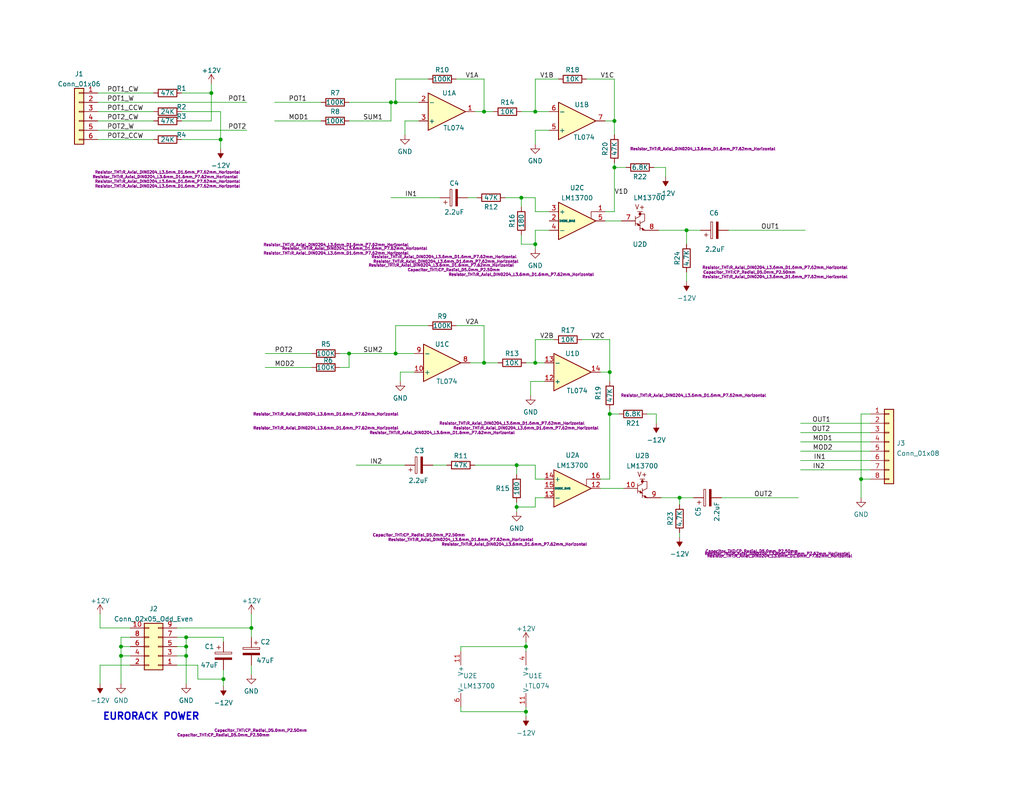
<source format=kicad_sch>
(kicad_sch (version 20211123) (generator eeschema)
  (paper "A")
  (lib_symbols
    (symbol "Amplifier_Operational:LM13700" (pin_names (offset 0.127))
      (property "Reference" "U" (at 3.81 5.08 0))
      (property "Value" "LM13700" (at 5.08 -5.08 0))
      (symbol "LM13700_1_1"
        (polyline (pts (xy 3.81 -0.635) (xy 3.81 -2.54) (xy 5.08 -2.54)))
        (polyline (pts (xy 5.08 0) (xy -5.08 -5.08) (xy -5.08 5.08) (xy 5.08 0)) (stroke (width 0.254)) (fill (type background)))
        (pin output line (at 7.62 0 180) (length 2.54) (name "~") (number "12"))
        (pin input line (at -7.62 2.54 0) (length 2.54) (name "-") (number "13"))
        (pin input line (at -7.62 -2.54 0) (length 2.54) (name "+") (number "14"))
        (pin input line (at -7.62 0 0) (length 2.54) (name "DIODE_BIAS") (number "15"))
        (pin input line (at 7.62 -2.54 180) (length 2.54) (name "~") (number "16"))
      )
      (symbol "LM13700_2_0"
        (polyline (pts (xy -1.905 2.54) (xy -3.175 2.54)))
      )
      (symbol "LM13700_2_1"
        (circle (center -2.54 1.905) (radius 0.254) (stroke (width 0.254)) (fill (type outline)))
        (polyline (pts (xy -3.81 -0.635) (xy -2.54 -1.27)))
        (polyline (pts (xy -3.81 1.27) (xy -3.81 -1.27)))
        (polyline (pts (xy -2.54 -1.905) (xy -1.27 -2.54)))
        (polyline (pts (xy -2.54 0) (xy -2.54 -2.54)))
        (polyline (pts (xy -3.81 0.635) (xy -2.54 1.27) (xy -2.54 1.905) (xy -2.54 2.54)))
        (polyline (pts (xy -2.54 -1.27) (xy -3.175 -0.635) (xy -3.175 -1.27) (xy -2.54 -1.27)) (fill (type outline)))
        (polyline (pts (xy -2.54 -0.635) (xy -1.27 0) (xy -1.27 1.905) (xy -2.54 1.905)))
        (polyline (pts (xy -1.27 -2.54) (xy -1.905 -1.905) (xy -1.905 -2.54) (xy -1.27 -2.54)) (fill (type outline)))
        (text "V+" (at -2.54 3.81 0) (effects (font (size 1.27 1.27))))
        (pin input line (at -7.62 0 0) (length 3.81) (name "~") (number "10"))
        (pin output line (at 2.54 -2.54 180) (length 3.81) (name "~") (number "9"))
      )
      (symbol "LM13700_3_1"
        (polyline (pts (xy 3.81 -0.635) (xy 3.81 -2.54) (xy 5.08 -2.54)))
        (polyline (pts (xy 5.08 0) (xy -5.08 -5.08) (xy -5.08 5.08) (xy 5.08 0)) (stroke (width 0.254)) (fill (type background)))
        (pin input line (at 7.62 -2.54 180) (length 2.54) (name "~") (number "1"))
        (pin input line (at -7.62 0 0) (length 2.54) (name "DIODE_BIAS") (number "2"))
        (pin input line (at -7.62 -2.54 0) (length 2.54) (name "+") (number "3"))
        (pin input line (at -7.62 2.54 0) (length 2.54) (name "-") (number "4"))
        (pin output line (at 7.62 0 180) (length 2.54) (name "~") (number "5"))
      )
      (symbol "LM13700_4_0"
        (polyline (pts (xy -3.175 2.54) (xy -1.905 2.54)))
        (text "V+" (at -2.54 3.81 0) (effects (font (size 1.27 1.27))))
      )
      (symbol "LM13700_4_1"
        (circle (center -2.54 1.905) (radius 0.254) (stroke (width 0.254)) (fill (type outline)))
        (polyline (pts (xy -3.81 -0.635) (xy -2.54 -1.27)))
        (polyline (pts (xy -3.81 1.27) (xy -3.81 -1.27)))
        (polyline (pts (xy -2.54 -1.905) (xy -1.27 -2.54)))
        (polyline (pts (xy -2.54 0) (xy -2.54 -2.54)))
        (polyline (pts (xy -3.81 0.635) (xy -2.54 1.27) (xy -2.54 2.54)))
        (polyline (pts (xy -2.54 -1.27) (xy -3.175 -0.635) (xy -3.175 -1.27) (xy -2.54 -1.27)) (fill (type outline)))
        (polyline (pts (xy -2.54 -0.635) (xy -1.27 0) (xy -1.27 1.905) (xy -2.54 1.905)))
        (polyline (pts (xy -1.27 -2.54) (xy -1.905 -1.905) (xy -1.905 -2.54) (xy -1.27 -2.54)) (fill (type outline)))
        (pin input line (at -7.62 0 0) (length 3.81) (name "~") (number "7"))
        (pin output line (at 2.54 -2.54 180) (length 3.81) (name "~") (number "8"))
      )
      (symbol "LM13700_5_1"
        (pin power_in line (at -2.54 7.62 270) (length 3.81) (name "V+") (number "11"))
        (pin power_in line (at -2.54 -7.62 90) (length 3.81) (name "V-") (number "6"))
      )
    )
    (symbol "Amplifier_Operational:TL074" (pin_names (offset 0.127))
      (property "Reference" "U" (at 0 5.08 0))
      (property "Value" "TL074" (at 0 -5.08 0))
      (symbol "TL074_1_1"
        (polyline (pts (xy -5.08 5.08) (xy 5.08 0) (xy -5.08 -5.08) (xy -5.08 5.08)) (stroke (width 0.254)) (fill (type background)))
        (pin output line (at 7.62 0 180) (length 2.54) (name "~") (number "1"))
        (pin input line (at -7.62 -2.54 0) (length 2.54) (name "-") (number "2"))
        (pin input line (at -7.62 2.54 0) (length 2.54) (name "+") (number "3"))
      )
      (symbol "TL074_2_1"
        (polyline (pts (xy -5.08 5.08) (xy 5.08 0) (xy -5.08 -5.08) (xy -5.08 5.08)) (stroke (width 0.254)) (fill (type background)))
        (pin input line (at -7.62 2.54 0) (length 2.54) (name "+") (number "5"))
        (pin input line (at -7.62 -2.54 0) (length 2.54) (name "-") (number "6"))
        (pin output line (at 7.62 0 180) (length 2.54) (name "~") (number "7"))
      )
      (symbol "TL074_3_1"
        (polyline (pts (xy -5.08 5.08) (xy 5.08 0) (xy -5.08 -5.08) (xy -5.08 5.08)) (stroke (width 0.254)) (fill (type background)))
        (pin input line (at -7.62 2.54 0) (length 2.54) (name "+") (number "10"))
        (pin output line (at 7.62 0 180) (length 2.54) (name "~") (number "8"))
        (pin input line (at -7.62 -2.54 0) (length 2.54) (name "-") (number "9"))
      )
      (symbol "TL074_4_1"
        (polyline (pts (xy -5.08 5.08) (xy 5.08 0) (xy -5.08 -5.08) (xy -5.08 5.08)) (stroke (width 0.254)) (fill (type background)))
        (pin input line (at -7.62 2.54 0) (length 2.54) (name "+") (number "12"))
        (pin input line (at -7.62 -2.54 0) (length 2.54) (name "-") (number "13"))
        (pin output line (at 7.62 0 180) (length 2.54) (name "~") (number "14"))
      )
      (symbol "TL074_5_1"
        (pin power_in line (at -2.54 -7.62 90) (length 3.81) (name "V-") (number "11"))
        (pin power_in line (at -2.54 7.62 270) (length 3.81) (name "V+") (number "4"))
      )
    )
    (symbol "Connector_Generic:Conn_01x06" (pin_names (offset 1.016) hide)
      (property "Reference" "J" (at 0 7.62 0))
      (property "Value" "Conn_01x06" (at 0 -10.16 0))
      (symbol "Conn_01x06_1_1"
        (rectangle (start -1.27 -7.493) (end 0 -7.747) (stroke (width 0.1524)))
        (rectangle (start -1.27 -4.953) (end 0 -5.207) (stroke (width 0.1524)))
        (rectangle (start -1.27 -2.413) (end 0 -2.667) (stroke (width 0.1524)))
        (rectangle (start -1.27 0.127) (end 0 -0.127) (stroke (width 0.1524)))
        (rectangle (start -1.27 2.667) (end 0 2.413) (stroke (width 0.1524)))
        (rectangle (start -1.27 5.207) (end 0 4.953) (stroke (width 0.1524)))
        (rectangle (start -1.27 6.35) (end 1.27 -8.89) (stroke (width 0.254)) (fill (type background)))
        (pin passive line (at -5.08 5.08 0) (length 3.81) (name "Pin_1") (number "1"))
        (pin passive line (at -5.08 2.54 0) (length 3.81) (name "Pin_2") (number "2"))
        (pin passive line (at -5.08 0 0) (length 3.81) (name "Pin_3") (number "3"))
        (pin passive line (at -5.08 -2.54 0) (length 3.81) (name "Pin_4") (number "4"))
        (pin passive line (at -5.08 -5.08 0) (length 3.81) (name "Pin_5") (number "5"))
        (pin passive line (at -5.08 -7.62 0) (length 3.81) (name "Pin_6") (number "6"))
      )
    )
    (symbol "Connector_Generic:Conn_01x08" (pin_names (offset 1.016) hide)
      (property "Reference" "J" (at 0 10.16 0))
      (property "Value" "Conn_01x08" (at 0 -12.7 0))
      (symbol "Conn_01x08_1_1"
        (rectangle (start -1.27 -10.033) (end 0 -10.287) (stroke (width 0.1524)))
        (rectangle (start -1.27 -7.493) (end 0 -7.747) (stroke (width 0.1524)))
        (rectangle (start -1.27 -4.953) (end 0 -5.207) (stroke (width 0.1524)))
        (rectangle (start -1.27 -2.413) (end 0 -2.667) (stroke (width 0.1524)))
        (rectangle (start -1.27 0.127) (end 0 -0.127) (stroke (width 0.1524)))
        (rectangle (start -1.27 2.667) (end 0 2.413) (stroke (width 0.1524)))
        (rectangle (start -1.27 5.207) (end 0 4.953) (stroke (width 0.1524)))
        (rectangle (start -1.27 7.747) (end 0 7.493) (stroke (width 0.1524)))
        (rectangle (start -1.27 8.89) (end 1.27 -11.43) (stroke (width 0.254)) (fill (type background)))
        (pin passive line (at -5.08 7.62 0) (length 3.81) (name "Pin_1") (number "1"))
        (pin passive line (at -5.08 5.08 0) (length 3.81) (name "Pin_2") (number "2"))
        (pin passive line (at -5.08 2.54 0) (length 3.81) (name "Pin_3") (number "3"))
        (pin passive line (at -5.08 0 0) (length 3.81) (name "Pin_4") (number "4"))
        (pin passive line (at -5.08 -2.54 0) (length 3.81) (name "Pin_5") (number "5"))
        (pin passive line (at -5.08 -5.08 0) (length 3.81) (name "Pin_6") (number "6"))
        (pin passive line (at -5.08 -7.62 0) (length 3.81) (name "Pin_7") (number "7"))
        (pin passive line (at -5.08 -10.16 0) (length 3.81) (name "Pin_8") (number "8"))
      )
    )
    (symbol "Connector_Generic:Conn_02x05_Odd_Even" (pin_names (offset 1.016) hide)
      (property "Reference" "J" (at 1.27 7.62 0))
      (property "Value" "Conn_02x05_Odd_Even" (at 1.27 -7.62 0))
      (symbol "Conn_02x05_Odd_Even_1_1"
        (rectangle (start -1.27 -4.953) (end 0 -5.207) (stroke (width 0.1524)))
        (rectangle (start -1.27 -2.413) (end 0 -2.667) (stroke (width 0.1524)))
        (rectangle (start -1.27 0.127) (end 0 -0.127) (stroke (width 0.1524)))
        (rectangle (start -1.27 2.667) (end 0 2.413) (stroke (width 0.1524)))
        (rectangle (start -1.27 5.207) (end 0 4.953) (stroke (width 0.1524)))
        (rectangle (start -1.27 6.35) (end 3.81 -6.35) (stroke (width 0.254)) (fill (type background)))
        (rectangle (start 3.81 -4.953) (end 2.54 -5.207) (stroke (width 0.1524)))
        (rectangle (start 3.81 -2.413) (end 2.54 -2.667) (stroke (width 0.1524)))
        (rectangle (start 3.81 0.127) (end 2.54 -0.127) (stroke (width 0.1524)))
        (rectangle (start 3.81 2.667) (end 2.54 2.413) (stroke (width 0.1524)))
        (rectangle (start 3.81 5.207) (end 2.54 4.953) (stroke (width 0.1524)))
        (pin passive line (at -5.08 5.08 0) (length 3.81) (name "Pin_1") (number "1"))
        (pin passive line (at 7.62 -5.08 180) (length 3.81) (name "Pin_10") (number "10"))
        (pin passive line (at 7.62 5.08 180) (length 3.81) (name "Pin_2") (number "2"))
        (pin passive line (at -5.08 2.54 0) (length 3.81) (name "Pin_3") (number "3"))
        (pin passive line (at 7.62 2.54 180) (length 3.81) (name "Pin_4") (number "4"))
        (pin passive line (at -5.08 0 0) (length 3.81) (name "Pin_5") (number "5"))
        (pin passive line (at 7.62 0 180) (length 3.81) (name "Pin_6") (number "6"))
        (pin passive line (at -5.08 -2.54 0) (length 3.81) (name "Pin_7") (number "7"))
        (pin passive line (at 7.62 -2.54 180) (length 3.81) (name "Pin_8") (number "8"))
        (pin passive line (at -5.08 -5.08 0) (length 3.81) (name "Pin_9") (number "9"))
      )
    )
    (symbol "Device:C_Polarized" (pin_numbers hide) (pin_names (offset 0.254))
      (property "Reference" "C" (at 0.635 2.54 0))
      (property "Value" "C_Polarized" (at 0.635 -2.54 0))
      (symbol "C_Polarized_0_1"
        (rectangle (start -2.286 0.508) (end 2.286 1.016))
        (polyline (pts (xy -1.778 2.286) (xy -0.762 2.286)))
        (polyline (pts (xy -1.27 2.794) (xy -1.27 1.778)))
        (rectangle (start 2.286 -0.508) (end -2.286 -1.016) (fill (type outline)))
      )
      (symbol "C_Polarized_1_1"
        (pin passive line (at 0 3.81 270) (length 2.794) (name "~") (number "1"))
        (pin passive line (at 0 -3.81 90) (length 2.794) (name "~") (number "2"))
      )
    )
    (symbol "Device:R" (pin_numbers hide) (pin_names (offset 0))
      (property "Reference" "R" (at 2.032 0 90))
      (property "Value" "R" (at 0 0 90))
      (symbol "R_0_1"
        (rectangle (start -1.016 -2.54) (end 1.016 2.54) (stroke (width 0.254)))
      )
      (symbol "R_1_1"
        (pin passive line (at 0 3.81 270) (length 1.27) (name "~") (number "1"))
        (pin passive line (at 0 -3.81 90) (length 1.27) (name "~") (number "2"))
      )
    )
    (symbol "power:+12V" (power) (pin_names (offset 0))
      (property "Value" "+12V" (at 0 3.556 0))
      (symbol "+12V_0_1"
        (polyline (pts (xy -0.762 1.27) (xy 0 2.54)))
        (polyline (pts (xy 0 0) (xy 0 2.54)))
        (polyline (pts (xy 0 2.54) (xy 0.762 1.27)))
      )
      (symbol "+12V_1_1"
        (pin power_in line (at 0 0 90) (length 0) hide (name "+12V") (number "1"))
      )
    )
    (symbol "power:-12V" (power) (pin_names (offset 0))
      (property "Value" "-12V" (at 0 3.81 0))
      (symbol "-12V_0_0"
        (pin power_in line (at 0 0 90) (length 0) hide (name "-12V") (number "1"))
      )
      (symbol "-12V_0_1"
        (polyline (pts (xy 0 0) (xy 0 1.27) (xy 0.762 1.27) (xy 0 2.54) (xy -0.762 1.27) (xy 0 1.27)) (fill (type outline)))
      )
    )
    (symbol "power:GND" (power) (pin_names (offset 0))
      (property "Value" "GND" (at 0 -3.81 0))
      (symbol "GND_0_1"
        (polyline (pts (xy 0 0) (xy 0 -1.27) (xy 1.27 -1.27) (xy 0 -2.54) (xy -1.27 -1.27) (xy 0 -1.27)))
      )
      (symbol "GND_1_1"
        (pin power_in line (at 0 0 270) (length 0) hide (name "GND") (number "1"))
      )
    )
  )
  (junction (at 167.64 45.72))
  (junction (at 146.05 30.48))
  (junction (at 166.37 113.03))
  (junction (at 132.08 30.48))
  (junction (at 106.68 27.94))
  (junction (at 167.64 33.02))
  (junction (at 60.96 185.42))
  (junction (at 57.658 25.4))
  (junction (at 140.97 127))
  (junction (at 60.198 38.1))
  (junction (at 142.24 53.975))
  (junction (at 143.51 176.53))
  (junction (at 107.95 96.52))
  (junction (at 146.05 66.675))
  (junction (at 50.8 179.07))
  (junction (at 187.325 62.865))
  (junction (at 185.42 135.89))
  (junction (at 33.02 179.07))
  (junction (at 50.8 173.99))
  (junction (at 107.95 27.94))
  (junction (at 95.25 96.52))
  (junction (at 166.37 101.6))
  (junction (at 132.08 99.06))
  (junction (at 33.02 176.53))
  (junction (at 234.95 130.81))
  (junction (at 68.58 171.45))
  (junction (at 50.8 176.53))
  (junction (at 140.97 138.43))
  (junction (at 143.51 194.31))
  (junction (at 146.05 99.06))
  (wire (pts (xy 50.8 176.53) (xy 50.8 179.07)))
  (wire (pts (xy 218.44 128.27) (xy 237.49 128.27)))
  (wire (pts (xy 166.37 113.03) (xy 168.91 113.03)))
  (wire (pts (xy 33.02 173.99) (xy 33.02 176.53)))
  (wire (pts (xy 57.658 25.4) (xy 57.658 22.86)))
  (wire (pts (xy 218.44 125.73) (xy 237.49 125.73)))
  (wire (pts (xy 132.08 99.06) (xy 128.27 99.06)))
  (wire (pts (xy 107.95 88.9) (xy 116.84 88.9)))
  (wire (pts (xy 146.05 62.865) (xy 146.05 66.675)))
  (wire (pts (xy 146.05 99.06) (xy 143.51 99.06)))
  (wire (pts (xy 68.58 167.64) (xy 68.58 171.45)))
  (wire (pts (xy 35.56 173.99) (xy 33.02 173.99)))
  (wire (pts (xy 140.97 138.43) (xy 146.05 138.43)))
  (wire (pts (xy 125.73 194.31) (xy 125.73 193.04)))
  (wire (pts (xy 107.95 88.9) (xy 107.95 96.52)))
  (wire (pts (xy 167.64 33.02) (xy 167.64 21.59)))
  (wire (pts (xy 92.71 100.33) (xy 95.25 100.33)))
  (wire (pts (xy 135.89 99.06) (xy 132.08 99.06)))
  (wire (pts (xy 142.24 64.135) (xy 142.24 66.675)))
  (wire (pts (xy 163.83 130.81) (xy 166.37 130.81)))
  (wire (pts (xy 106.68 53.975) (xy 120.015 53.975)))
  (wire (pts (xy 60.198 30.48) (xy 60.198 38.1)))
  (wire (pts (xy 163.83 101.6) (xy 166.37 101.6)))
  (wire (pts (xy 49.53 25.4) (xy 57.658 25.4)))
  (wire (pts (xy 149.86 62.865) (xy 146.05 62.865)))
  (wire (pts (xy 49.53 38.1) (xy 60.198 38.1)))
  (wire (pts (xy 95.25 27.94) (xy 106.68 27.94)))
  (wire (pts (xy 146.05 30.48) (xy 142.24 30.48)))
  (wire (pts (xy 166.37 111.76) (xy 166.37 113.03)))
  (wire (pts (xy 33.02 179.07) (xy 35.56 179.07)))
  (wire (pts (xy 149.86 30.48) (xy 146.05 30.48)))
  (wire (pts (xy 107.95 27.94) (xy 114.3 27.94)))
  (wire (pts (xy 148.59 99.06) (xy 146.05 99.06)))
  (wire (pts (xy 176.53 113.03) (xy 179.07 113.03)))
  (wire (pts (xy 60.96 173.99) (xy 60.96 175.26)))
  (wire (pts (xy 57.658 25.4) (xy 57.658 33.02)))
  (wire (pts (xy 132.08 30.48) (xy 129.54 30.48)))
  (wire (pts (xy 137.795 53.975) (xy 142.24 53.975)))
  (wire (pts (xy 140.97 127) (xy 146.05 127)))
  (wire (pts (xy 50.8 173.99) (xy 50.8 176.53)))
  (wire (pts (xy 114.3 33.02) (xy 110.49 33.02)))
  (wire (pts (xy 237.49 113.03) (xy 234.95 113.03)))
  (wire (pts (xy 185.42 135.89) (xy 189.23 135.89)))
  (wire (pts (xy 166.37 101.6) (xy 166.37 92.71)))
  (wire (pts (xy 33.02 176.53) (xy 35.56 176.53)))
  (wire (pts (xy 218.44 123.19) (xy 237.49 123.19)))
  (wire (pts (xy 143.51 176.53) (xy 143.51 177.8)))
  (wire (pts (xy 107.95 96.52) (xy 113.03 96.52)))
  (wire (pts (xy 165.1 60.325) (xy 169.545 60.325)))
  (wire (pts (xy 140.97 127) (xy 140.97 129.54)))
  (wire (pts (xy 26.67 35.56) (xy 67.31 35.56)))
  (wire (pts (xy 72.39 100.33) (xy 85.09 100.33)))
  (wire (pts (xy 143.51 194.31) (xy 143.51 193.04)))
  (wire (pts (xy 219.71 62.865) (xy 198.755 62.865)))
  (wire (pts (xy 234.95 130.81) (xy 234.95 135.89)))
  (wire (pts (xy 185.42 135.89) (xy 185.42 137.795)))
  (wire (pts (xy 146.05 92.71) (xy 151.13 92.71)))
  (wire (pts (xy 68.58 181.61) (xy 68.58 184.15)))
  (wire (pts (xy 33.02 176.53) (xy 33.02 179.07)))
  (wire (pts (xy 106.68 33.02) (xy 106.68 27.94)))
  (wire (pts (xy 218.44 115.57) (xy 237.49 115.57)))
  (wire (pts (xy 107.95 21.59) (xy 116.84 21.59)))
  (wire (pts (xy 146.05 99.06) (xy 146.05 92.71)))
  (wire (pts (xy 113.03 101.6) (xy 109.22 101.6)))
  (wire (pts (xy 218.44 118.11) (xy 237.49 118.11)))
  (wire (pts (xy 53.975 185.42) (xy 60.96 185.42)))
  (wire (pts (xy 149.86 57.785) (xy 146.05 57.785)))
  (wire (pts (xy 148.59 104.14) (xy 144.78 104.14)))
  (wire (pts (xy 185.42 145.415) (xy 185.42 146.685)))
  (wire (pts (xy 143.51 195.58) (xy 143.51 194.31)))
  (wire (pts (xy 140.97 138.43) (xy 140.97 139.7)))
  (wire (pts (xy 140.97 137.16) (xy 140.97 138.43)))
  (wire (pts (xy 50.8 173.99) (xy 60.96 173.99)))
  (wire (pts (xy 109.22 101.6) (xy 109.22 104.14)))
  (wire (pts (xy 132.08 88.9) (xy 124.46 88.9)))
  (wire (pts (xy 48.26 176.53) (xy 50.8 176.53)))
  (wire (pts (xy 33.02 179.07) (xy 33.02 186.69)))
  (wire (pts (xy 125.73 176.53) (xy 125.73 177.8)))
  (wire (pts (xy 49.53 30.48) (xy 60.198 30.48)))
  (wire (pts (xy 142.24 53.975) (xy 142.24 56.515)))
  (wire (pts (xy 110.49 33.02) (xy 110.49 36.83)))
  (wire (pts (xy 60.96 185.42) (xy 60.96 187.325)))
  (wire (pts (xy 95.25 100.33) (xy 95.25 96.52)))
  (wire (pts (xy 149.86 35.56) (xy 146.05 35.56)))
  (wire (pts (xy 48.26 181.61) (xy 53.975 181.61)))
  (wire (pts (xy 35.56 171.45) (xy 27.305 171.45)))
  (wire (pts (xy 146.05 66.675) (xy 146.05 67.945)))
  (wire (pts (xy 26.67 27.94) (xy 67.31 27.94)))
  (wire (pts (xy 181.61 45.72) (xy 181.61 48.26)))
  (wire (pts (xy 146.05 57.785) (xy 146.05 53.975)))
  (wire (pts (xy 48.26 173.99) (xy 50.8 173.99)))
  (wire (pts (xy 27.305 186.69) (xy 27.305 181.61)))
  (wire (pts (xy 146.05 135.89) (xy 148.59 135.89)))
  (wire (pts (xy 167.64 45.72) (xy 170.815 45.72)))
  (wire (pts (xy 218.44 120.65) (xy 237.49 120.65)))
  (wire (pts (xy 118.11 127) (xy 121.92 127)))
  (wire (pts (xy 132.08 88.9) (xy 132.08 99.06)))
  (wire (pts (xy 106.68 27.94) (xy 107.95 27.94)))
  (wire (pts (xy 107.95 27.94) (xy 107.95 21.59)))
  (wire (pts (xy 27.305 167.64) (xy 27.305 171.45)))
  (wire (pts (xy 167.64 57.785) (xy 167.64 45.72)))
  (wire (pts (xy 143.51 176.53) (xy 125.73 176.53)))
  (wire (pts (xy 167.64 44.45) (xy 167.64 45.72)))
  (wire (pts (xy 143.51 175.26) (xy 143.51 176.53)))
  (wire (pts (xy 72.39 96.52) (xy 85.09 96.52)))
  (wire (pts (xy 179.07 113.03) (xy 179.07 115.57)))
  (wire (pts (xy 68.58 171.45) (xy 68.58 173.99)))
  (wire (pts (xy 146.05 127) (xy 146.05 130.81)))
  (wire (pts (xy 132.08 30.48) (xy 132.08 21.59)))
  (wire (pts (xy 165.1 33.02) (xy 167.64 33.02)))
  (wire (pts (xy 178.435 45.72) (xy 181.61 45.72)))
  (wire (pts (xy 144.78 104.14) (xy 144.78 107.95)))
  (wire (pts (xy 53.975 181.61) (xy 53.975 185.42)))
  (wire (pts (xy 142.24 53.975) (xy 146.05 53.975)))
  (wire (pts (xy 146.05 130.81) (xy 148.59 130.81)))
  (wire (pts (xy 187.325 62.865) (xy 187.325 66.675)))
  (wire (pts (xy 129.54 127) (xy 140.97 127)))
  (wire (pts (xy 146.05 30.48) (xy 146.05 21.59)))
  (wire (pts (xy 95.25 33.02) (xy 106.68 33.02)))
  (wire (pts (xy 74.93 27.94) (xy 87.63 27.94)))
  (wire (pts (xy 234.95 113.03) (xy 234.95 130.81)))
  (wire (pts (xy 27.305 181.61) (xy 35.56 181.61)))
  (wire (pts (xy 234.95 130.81) (xy 237.49 130.81)))
  (wire (pts (xy 60.198 38.1) (xy 60.198 40.64)))
  (wire (pts (xy 49.53 33.02) (xy 57.658 33.02)))
  (wire (pts (xy 26.67 30.48) (xy 41.91 30.48)))
  (wire (pts (xy 166.37 101.6) (xy 166.37 104.14)))
  (wire (pts (xy 127.635 53.975) (xy 130.175 53.975)))
  (wire (pts (xy 165.1 57.785) (xy 167.64 57.785)))
  (wire (pts (xy 167.64 21.59) (xy 160.02 21.59)))
  (wire (pts (xy 146.05 66.675) (xy 142.24 66.675)))
  (wire (pts (xy 143.51 194.31) (xy 125.73 194.31)))
  (wire (pts (xy 187.325 74.295) (xy 187.325 76.835)))
  (wire (pts (xy 74.93 33.02) (xy 87.63 33.02)))
  (wire (pts (xy 48.26 171.45) (xy 68.58 171.45)))
  (wire (pts (xy 95.25 96.52) (xy 92.71 96.52)))
  (wire (pts (xy 26.67 38.1) (xy 41.91 38.1)))
  (wire (pts (xy 166.37 92.71) (xy 158.75 92.71)))
  (wire (pts (xy 179.705 62.865) (xy 187.325 62.865)))
  (wire (pts (xy 180.34 135.89) (xy 185.42 135.89)))
  (wire (pts (xy 26.67 25.4) (xy 41.91 25.4)))
  (wire (pts (xy 146.05 21.59) (xy 152.4 21.59)))
  (wire (pts (xy 48.26 179.07) (xy 50.8 179.07)))
  (wire (pts (xy 132.08 21.59) (xy 124.46 21.59)))
  (wire (pts (xy 26.67 33.02) (xy 41.91 33.02)))
  (wire (pts (xy 146.05 35.56) (xy 146.05 39.37)))
  (wire (pts (xy 60.96 185.42) (xy 60.96 182.88)))
  (wire (pts (xy 187.325 62.865) (xy 191.135 62.865)))
  (wire (pts (xy 217.805 135.89) (xy 196.85 135.89)))
  (wire (pts (xy 95.25 96.52) (xy 107.95 96.52)))
  (wire (pts (xy 146.05 138.43) (xy 146.05 135.89)))
  (wire (pts (xy 97.155 127) (xy 110.49 127)))
  (wire (pts (xy 166.37 113.03) (xy 166.37 130.81)))
  (wire (pts (xy 134.62 30.48) (xy 132.08 30.48)))
  (wire (pts (xy 167.64 33.02) (xy 167.64 36.83)))
  (wire (pts (xy 170.18 133.35) (xy 163.83 133.35)))
  (wire (pts (xy 50.8 179.07) (xy 50.8 186.69)))
  (text "EURORACK POWER" (at 27.94 196.85 0) (effects (font (size 1.905 1.905) (thickness 0.381) bold) (justify left bottom)))
  (label "POT2" (at 62.23 35.56 0))
  (label "POT2" (at 74.93 96.52 0))
  (label "V1B" (at 147.32 21.59 0))
  (label "POT2_W" (at 29.21 35.56 0))
  (label "POT1" (at 62.23 27.94 0))
  (label "V2C" (at 161.29 92.71 0))
  (label "V2B" (at 147.32 92.71 0))
  (label "MOD1" (at 221.742 120.65 0))
  (label "V2A" (at 127 88.9 0))
  (label "IN2" (at 221.742 128.27 0))
  (label "V1C" (at 163.83 21.59 0))
  (label "MOD2" (at 74.93 100.33 0))
  (label "V1A" (at 127 21.59 0))
  (label "OUT1" (at 221.615 115.57 0))
  (label "POT1_CW" (at 29.21 25.4 0))
  (label "IN1" (at 110.49 53.975 0))
  (label "OUT1" (at 207.645 62.865 0))
  (label "SUM1" (at 99.06 33.02 0))
  (label "SUM2" (at 99.06 96.52 0))
  (label "MOD1" (at 78.74 33.02 0))
  (label "POT2_CCW" (at 29.21 38.1 0))
  (label "POT1_W" (at 29.21 27.94 0))
  (label "IN1" (at 221.996 125.73 0))
  (label "IN2" (at 100.965 127 0))
  (label "V1D" (at 167.64 53.34 0))
  (label "POT1_CCW" (at 29.21 30.48 0))
  (label "OUT2" (at 221.488 118.11 0))
  (label "POT2_CW" (at 29.21 33.02 0))
  (label "MOD2" (at 221.742 123.19 0))
  (label "POT1" (at 78.74 27.94 0))
  (label "OUT2" (at 205.74 135.89 0))
  (symbol (lib_id "Amplifier_Operational:TL074") (at 120.65 99.06 0) (mirror x) (unit 3)
    (property "Reference" "U1" (at 120.65 93.98 0))
    (property "Value" "TL074" (at 121.92 104.14 0))
    (property "Datasheet" "http://www.ti.com/lit/ds/symlink/tl071.pdf" (effects hide))
  )
  (symbol (lib_id "power:-12V") (at 185.42 146.685 180) (unit 1)
    (property "Reference" "#PWR0104" (effects hide))
    (property "Value" "-12V" (at 185.42 151.2475 0))
  )
  (symbol (lib_id "Device:R") (at 45.72 25.4 90) (unit 1)
    (property "Reference" "R1" (at 49.53 24.13 90))
    (property "Value" "47K" (at 45.72 25.4 90))
    (property "Footprint" "Resistor_THT:R_Axial_DIN0204_L3.6mm_D1.6mm_P7.62mm_Horizontal" (at 45.085 48.26 90) (effects (font (size 0.762 0.762))))
    (property "Datasheet" "https://www.mouser.com/ProductDetail/Xicon/299-220-RC?qs=MNX0Jdkv8mSgBtBJYBhvZQ%3D%3D" (effects hide))
  )
  (symbol (lib_id "Device:R") (at 140.97 133.35 180) (unit 1)
    (property "Reference" "R15" (at 137.16 133.35 0))
    (property "Value" "180" (at 140.97 133.35 90))
    (property "Footprint" "Resistor_THT:R_Axial_DIN0204_L3.6mm_D1.6mm_P7.62mm_Horizontal" (at 140.335 148.59 0) (effects (font (size 0.762 0.762))))
    (property "Datasheet" "https://www.mouser.com/ProductDetail/Xicon/299-220-RC?qs=MNX0Jdkv8mSgBtBJYBhvZQ%3D%3D" (effects hide))
  )
  (symbol (lib_id "Device:R") (at 187.325 70.485 180) (unit 1)
    (property "Reference" "R24" (at 184.785 70.485 90))
    (property "Value" "4.7K" (at 187.325 70.485 90))
    (property "Footprint" "Resistor_THT:R_Axial_DIN0204_L3.6mm_D1.6mm_P7.62mm_Horizontal" (at 211.455 75.565 0) (effects (font (size 0.762 0.762))))
    (property "Datasheet" "https://www.mouser.com/ProductDetail/Xicon/299-220-RC?qs=MNX0Jdkv8mSgBtBJYBhvZQ%3D%3D" (effects hide))
  )
  (symbol (lib_id "Device:R") (at 139.7 99.06 90) (unit 1)
    (property "Reference" "R13" (at 139.7 96.52 90))
    (property "Value" "10K" (at 139.7 99.06 90))
    (property "Footprint" "Resistor_THT:R_Axial_DIN0204_L3.6mm_D1.6mm_P7.62mm_Horizontal" (at 139.7 115.57 90) (effects (font (size 0.762 0.762))))
    (property "Datasheet" "https://www.mouser.com/ProductDetail/Xicon/299-220-RC?qs=MNX0Jdkv8mSgBtBJYBhvZQ%3D%3D" (effects hide))
  )
  (symbol (lib_id "Device:C_Polarized") (at 123.825 53.975 90) (unit 1)
    (property "Reference" "C4" (at 123.952 50.038 90))
    (property "Value" "2.2uF" (at 123.952 57.912 90))
    (property "Footprint" "Capacitor_THT:CP_Radial_D5.0mm_P2.50mm" (at 123.825 73.66 90) (effects (font (size 0.762 0.762))))
    (property "Datasheet" "https://www.mouser.com/ProductDetail/140-REA470M1CBK0511P" (effects hide))
  )
  (symbol (lib_id "Device:C_Polarized") (at 114.3 127 90) (unit 1)
    (property "Reference" "C3" (at 114.427 123.063 90))
    (property "Value" "2.2uF" (at 114.173 131.191 90))
    (property "Footprint" "Capacitor_THT:CP_Radial_D5.0mm_P2.50mm" (at 114.3 146.05 90) (effects (font (size 0.762 0.762))))
    (property "Datasheet" "https://www.mouser.com/ProductDetail/140-REA470M1CBK0511P" (effects hide))
  )
  (symbol (lib_id "power:GND") (at 140.97 139.7 0) (unit 1)
    (property "Reference" "#PWR0116" (effects hide))
    (property "Value" "GND" (at 140.97 144.2625 0))
  )
  (symbol (lib_id "Device:R") (at 120.65 88.9 90) (unit 1)
    (property "Reference" "R9" (at 120.65 86.36 90))
    (property "Value" "100K" (at 120.65 88.9 90))
    (property "Footprint" "Resistor_THT:R_Axial_DIN0204_L3.6mm_D1.6mm_P7.62mm_Horizontal" (at 120.65 118.11 90) (effects (font (size 0.762 0.762))))
    (property "Datasheet" "https://www.mouser.com/ProductDetail/Xicon/299-220-RC?qs=MNX0Jdkv8mSgBtBJYBhvZQ%3D%3D" (effects hide))
  )
  (symbol (lib_id "power:-12V") (at 187.325 76.835 180) (unit 1)
    (property "Reference" "#PWR0113" (effects hide))
    (property "Value" "-12V" (at 187.325 81.3975 0))
  )
  (symbol (lib_id "Amplifier_Operational:LM13700") (at 128.27 185.42 0) (unit 5)
    (property "Reference" "U2" (at 126.365 184.5115 0) (effects (justify left)))
    (property "Value" "LM13700" (at 126.365 187.2866 0) (effects (justify left)))
    (property "Datasheet" "http://www.ti.com/lit/ds/symlink/lm13700.pdf" (effects hide))
  )
  (symbol (lib_id "power:GND") (at 110.49 36.83 0) (unit 1)
    (property "Reference" "#PWR0118" (effects hide))
    (property "Value" "GND" (at 110.49 41.3925 0))
  )
  (symbol (lib_id "power:GND") (at 50.8 186.69 0) (unit 1)
    (property "Reference" "#PWR0108" (effects hide))
    (property "Value" "GND" (at 50.8 191.2525 0))
  )
  (symbol (lib_id "Amplifier_Operational:TL074") (at 121.92 30.48 0) (mirror x) (unit 1)
    (property "Reference" "U1" (at 122.555 25.4 0))
    (property "Value" "TL074" (at 123.825 34.925 0))
    (property "Footprint" "Package_DIP:DIP-14_W7.62mm_LongPads" (effects hide))
    (property "Datasheet" "http://www.ti.com/lit/ds/symlink/tl071.pdf" (effects hide))
  )
  (symbol (lib_id "Device:C_Polarized") (at 68.58 177.8 0) (mirror y) (unit 1)
    (property "Reference" "C2" (at 72.39 175.26 0))
    (property "Value" "47uF" (at 72.39 180.34 0))
    (property "Footprint" "Capacitor_THT:CP_Radial_D5.0mm_P2.50mm" (at 71.12 199.39 0) (effects (font (size 0.762 0.762))))
    (property "Datasheet" "https://www.mouser.com/ProductDetail/140-REA470M1CBK0511P" (effects hide))
  )
  (symbol (lib_id "Device:R") (at 45.72 38.1 90) (unit 1)
    (property "Reference" "R4" (at 49.53 36.83 90))
    (property "Value" "24K" (at 45.72 38.1 90))
    (property "Footprint" "Resistor_THT:R_Axial_DIN0204_L3.6mm_D1.6mm_P7.62mm_Horizontal" (at 45.72 50.8 90) (effects (font (size 0.762 0.762))))
    (property "Datasheet" "https://www.mouser.com/ProductDetail/Xicon/299-220-RC?qs=MNX0Jdkv8mSgBtBJYBhvZQ%3D%3D" (effects hide))
  )
  (symbol (lib_id "power:-12V") (at 179.07 115.57 180) (unit 1)
    (property "Reference" "#PWR0112" (effects hide))
    (property "Value" "-12V" (at 179.07 120.1325 0))
  )
  (symbol (lib_id "Connector_Generic:Conn_01x06") (at 21.59 30.48 0) (mirror y) (unit 1)
    (property "Reference" "J1" (at 21.59 20.1635 0))
    (property "Value" "Conn_01x06" (at 21.59 22.9386 0))
    (property "Footprint" "Connector_PinSocket_2.54mm:PinSocket_1x06_P2.54mm_Vertical" (effects hide))
  )
  (symbol (lib_id "power:GND") (at 144.78 107.95 0) (unit 1)
    (property "Reference" "#PWR0115" (effects hide))
    (property "Value" "GND" (at 144.78 112.5125 0))
  )
  (symbol (lib_id "Connector_Generic:Conn_01x08") (at 242.57 120.65 0) (unit 1)
    (property "Reference" "J3" (at 244.602 121.0115 0) (effects (justify left)))
    (property "Value" "Conn_01x08" (at 244.602 123.7866 0) (effects (justify left)))
    (property "Footprint" "Connector_PinSocket_2.54mm:PinSocket_1x08_P2.54mm_Vertical" (effects hide))
  )
  (symbol (lib_id "Device:R") (at 138.43 30.48 90) (unit 1)
    (property "Reference" "R14" (at 138.43 27.94 90))
    (property "Value" "10K" (at 138.43 30.48 90))
    (property "Footprint" "Resistor_THT:R_Axial_DIN0204_L3.6mm_D1.6mm_P7.62mm_Horizontal" (at 96.774 67.818 90) (effects (font (size 0.762 0.762))))
    (property "Datasheet" "https://www.mouser.com/ProductDetail/Xicon/299-220-RC?qs=MNX0Jdkv8mSgBtBJYBhvZQ%3D%3D" (effects hide))
  )
  (symbol (lib_id "Device:R") (at 167.64 40.64 180) (unit 1)
    (property "Reference" "R20" (at 165.1 40.64 90))
    (property "Value" "47K" (at 167.64 40.64 90))
    (property "Footprint" "Resistor_THT:R_Axial_DIN0204_L3.6mm_D1.6mm_P7.62mm_Horizontal" (at 191.77 40.64 0) (effects (font (size 0.762 0.762))))
    (property "Datasheet" "https://www.mouser.com/ProductDetail/Xicon/299-220-RC?qs=MNX0Jdkv8mSgBtBJYBhvZQ%3D%3D" (effects hide))
  )
  (symbol (lib_id "Amplifier_Operational:LM13700") (at 157.48 60.325 0) (mirror x) (unit 3)
    (property "Reference" "U2" (at 157.48 51.2785 0))
    (property "Value" "LM13700" (at 157.48 54.0536 0))
    (property "Datasheet" "http://www.ti.com/lit/ds/symlink/lm13700.pdf" (effects hide))
  )
  (symbol (lib_id "Amplifier_Operational:LM13700") (at 177.165 60.325 0) (unit 4)
    (property "Reference" "U2" (at 174.625 66.7046 0))
    (property "Value" "LM13700" (at 177.165 53.975 0))
    (property "Datasheet" "http://www.ti.com/lit/ds/symlink/lm13700.pdf" (effects hide))
  )
  (symbol (lib_id "Device:R") (at 88.9 96.52 90) (unit 1)
    (property "Reference" "R5" (at 88.9 93.98 90))
    (property "Value" "100K" (at 88.9 96.52 90))
    (property "Footprint" "Resistor_THT:R_Axial_DIN0204_L3.6mm_D1.6mm_P7.62mm_Horizontal" (at 88.9 113.03 90) (effects (font (size 0.762 0.762))))
    (property "Datasheet" "https://www.mouser.com/ProductDetail/Xicon/299-220-RC?qs=MNX0Jdkv8mSgBtBJYBhvZQ%3D%3D" (effects hide))
  )
  (symbol (lib_id "Amplifier_Operational:LM13700") (at 156.21 133.35 0) (mirror x) (unit 1)
    (property "Reference" "U2" (at 156.21 124.3035 0))
    (property "Value" "LM13700" (at 156.21 127.0786 0))
    (property "Footprint" "Package_DIP:DIP-16_W7.62mm_LongPads" (effects hide))
    (property "Datasheet" "http://www.ti.com/lit/ds/symlink/lm13700.pdf" (effects hide))
  )
  (symbol (lib_id "Device:R") (at 125.73 127 270) (unit 1)
    (property "Reference" "R11" (at 125.73 124.46 90))
    (property "Value" "47K" (at 125.73 127 90))
    (property "Footprint" "Resistor_THT:R_Axial_DIN0204_L3.6mm_D1.6mm_P7.62mm_Horizontal" (at 125.73 147.32 90) (effects (font (size 0.762 0.762))))
    (property "Datasheet" "https://www.mouser.com/ProductDetail/Xicon/299-220-RC?qs=MNX0Jdkv8mSgBtBJYBhvZQ%3D%3D" (effects hide))
  )
  (symbol (lib_id "Amplifier_Operational:TL074") (at 156.21 101.6 0) (mirror x) (unit 4)
    (property "Reference" "U1" (at 156.21 96.52 0))
    (property "Value" "TL074" (at 157.48 106.68 0))
    (property "Datasheet" "http://www.ti.com/lit/ds/symlink/tl071.pdf" (effects hide))
  )
  (symbol (lib_id "Amplifier_Operational:LM13700") (at 177.8 133.35 0) (unit 2)
    (property "Reference" "U2" (at 175.26 124.4399 0))
    (property "Value" "LM13700" (at 175.26 127.215 0))
    (property "Datasheet" "http://www.ti.com/lit/ds/symlink/lm13700.pdf" (effects hide))
  )
  (symbol (lib_id "power:-12V") (at 181.61 48.26 180) (unit 1)
    (property "Reference" "#PWR0114" (effects hide))
    (property "Value" "-12V" (at 181.61 52.8225 0))
  )
  (symbol (lib_id "power:GND") (at 33.02 186.69 0) (unit 1)
    (property "Reference" "#PWR0105" (effects hide))
    (property "Value" "GND" (at 33.02 191.2525 0))
  )
  (symbol (lib_id "Device:R") (at 142.24 60.325 180) (unit 1)
    (property "Reference" "R16" (at 139.7 60.325 90))
    (property "Value" "180" (at 142.24 60.325 90))
    (property "Footprint" "Resistor_THT:R_Axial_DIN0204_L3.6mm_D1.6mm_P7.62mm_Horizontal" (at 142.24 74.93 0) (effects (font (size 0.762 0.762))))
    (property "Datasheet" "https://www.mouser.com/ProductDetail/Xicon/299-220-RC?qs=MNX0Jdkv8mSgBtBJYBhvZQ%3D%3D" (effects hide))
  )
  (symbol (lib_id "Device:R") (at 88.9 100.33 90) (unit 1)
    (property "Reference" "R6" (at 89.535 98.425 90))
    (property "Value" "100K" (at 88.9 100.33 90))
    (property "Footprint" "Resistor_THT:R_Axial_DIN0204_L3.6mm_D1.6mm_P7.62mm_Horizontal" (at 88.9 116.84 90) (effects (font (size 0.762 0.762))))
    (property "Datasheet" "https://www.mouser.com/ProductDetail/Xicon/299-220-RC?qs=MNX0Jdkv8mSgBtBJYBhvZQ%3D%3D" (effects hide))
  )
  (symbol (lib_id "Device:R") (at 172.72 113.03 270) (unit 1)
    (property "Reference" "R21" (at 172.72 115.57 90))
    (property "Value" "6.8K" (at 172.72 113.03 90))
    (property "Footprint" "Resistor_THT:R_Axial_DIN0204_L3.6mm_D1.6mm_P7.62mm_Horizontal" (at 212.09 151.13 90) (effects (font (size 0.762 0.762))))
    (property "Datasheet" "https://www.mouser.com/ProductDetail/Xicon/299-220-RC?qs=MNX0Jdkv8mSgBtBJYBhvZQ%3D%3D" (effects hide))
  )
  (symbol (lib_id "power:GND") (at 234.95 135.89 0) (unit 1)
    (property "Reference" "#PWR0103" (effects hide))
    (property "Value" "GND" (at 234.95 140.4525 0))
  )
  (symbol (lib_id "Device:R") (at 156.21 21.59 90) (unit 1)
    (property "Reference" "R18" (at 156.21 19.05 90))
    (property "Value" "10K" (at 156.21 21.59 90))
    (property "Footprint" "Resistor_THT:R_Axial_DIN0204_L3.6mm_D1.6mm_P7.62mm_Horizontal" (at 121.158 70.104 90) (effects (font (size 0.762 0.762))))
    (property "Datasheet" "https://www.mouser.com/ProductDetail/Xicon/299-220-RC?qs=MNX0Jdkv8mSgBtBJYBhvZQ%3D%3D" (effects hide))
  )
  (symbol (lib_id "power:GND") (at 68.58 184.15 0) (unit 1)
    (property "Reference" "#PWR0110" (effects hide))
    (property "Value" "GND" (at 68.58 188.7125 0))
  )
  (symbol (lib_id "power:+12V") (at 143.51 175.26 0) (unit 1)
    (property "Reference" "#PWR0122" (effects hide))
    (property "Value" "+12V" (at 143.51 171.6555 0))
  )
  (symbol (lib_id "power:-12V") (at 60.96 187.325 180) (unit 1)
    (property "Reference" "#PWR0109" (effects hide))
    (property "Value" "-12V" (at 60.96 191.8875 0))
  )
  (symbol (lib_id "power:GND") (at 146.05 39.37 0) (unit 1)
    (property "Reference" "#PWR0119" (effects hide))
    (property "Value" "GND" (at 146.05 43.9325 0))
  )
  (symbol (lib_id "power:GND") (at 146.05 67.945 0) (unit 1)
    (property "Reference" "#PWR0117" (effects hide))
    (property "Value" "GND" (at 146.05 72.5075 0))
  )
  (symbol (lib_id "Device:C_Polarized") (at 194.945 62.865 90) (unit 1)
    (property "Reference" "C6" (at 194.818 58.166 90))
    (property "Value" "2.2uF" (at 195.072 68.072 90))
    (property "Footprint" "Capacitor_THT:CP_Radial_D5.0mm_P2.50mm" (at 204.47 74.295 90) (effects (font (size 0.762 0.762))))
    (property "Datasheet" "https://www.mouser.com/ProductDetail/140-REA470M1CBK0511P" (effects hide))
  )
  (symbol (lib_id "Device:R") (at 185.42 141.605 180) (unit 1)
    (property "Reference" "R23" (at 182.88 141.605 90))
    (property "Value" "4.7K" (at 185.42 141.605 90))
    (property "Footprint" "Resistor_THT:R_Axial_DIN0204_L3.6mm_D1.6mm_P7.62mm_Horizontal" (at 212.725 151.765 0) (effects (font (size 0.762 0.762))))
    (property "Datasheet" "https://www.mouser.com/ProductDetail/Xicon/299-220-RC?qs=MNX0Jdkv8mSgBtBJYBhvZQ%3D%3D" (effects hide))
  )
  (symbol (lib_id "Device:C_Polarized") (at 60.96 179.07 0) (unit 1)
    (property "Reference" "C1" (at 57.15 176.53 0))
    (property "Value" "47uF" (at 57.15 181.61 0))
    (property "Footprint" "Capacitor_THT:CP_Radial_D5.0mm_P2.50mm" (at 60.96 200.66 0) (effects (font (size 0.762 0.762))))
    (property "Datasheet" "https://www.mouser.com/ProductDetail/140-REA470M1CBK0511P" (effects hide))
  )
  (symbol (lib_id "Device:R") (at 91.44 33.02 90) (unit 1)
    (property "Reference" "R8" (at 91.44 30.48 90))
    (property "Value" "100K" (at 91.44 33.02 90))
    (property "Footprint" "Resistor_THT:R_Axial_DIN0204_L3.6mm_D1.6mm_P7.62mm_Horizontal" (at 91.694 69.088 90) (effects (font (size 0.762 0.762))))
    (property "Datasheet" "https://www.mouser.com/ProductDetail/Xicon/299-220-RC?qs=MNX0Jdkv8mSgBtBJYBhvZQ%3D%3D" (effects hide))
  )
  (symbol (lib_id "power:+12V") (at 68.58 167.64 0) (unit 1)
    (property "Reference" "#PWR0111" (effects hide))
    (property "Value" "+12V" (at 68.58 164.0355 0))
  )
  (symbol (lib_id "Device:C_Polarized") (at 193.04 135.89 90) (unit 1)
    (property "Reference" "C5" (at 190.5 139.7 0))
    (property "Value" "2.2uF" (at 195.58 139.7 0))
    (property "Footprint" "Capacitor_THT:CP_Radial_D5.0mm_P2.50mm" (at 205.105 150.495 90) (effects (font (size 0.762 0.762))))
    (property "Datasheet" "https://www.mouser.com/ProductDetail/140-REA470M1CBK0511P" (effects hide))
  )
  (symbol (lib_id "Device:R") (at 154.94 92.71 90) (unit 1)
    (property "Reference" "R17" (at 154.94 90.17 90))
    (property "Value" "10K" (at 154.94 92.71 90))
    (property "Footprint" "Resistor_THT:R_Axial_DIN0204_L3.6mm_D1.6mm_P7.62mm_Horizontal" (at 143.51 116.84 90) (effects (font (size 0.762 0.762))))
    (property "Datasheet" "https://www.mouser.com/ProductDetail/Xicon/299-220-RC?qs=MNX0Jdkv8mSgBtBJYBhvZQ%3D%3D" (effects hide))
  )
  (symbol (lib_id "Connector_Generic:Conn_02x05_Odd_Even") (at 43.18 176.53 180) (unit 1)
    (property "Reference" "J2" (at 41.91 166.2135 0))
    (property "Value" "Conn_02x05_Odd_Even" (at 41.91 168.9886 0))
    (property "Footprint" "Connector_IDC:IDC-Header_2x05_P2.54mm_Vertical" (effects hide))
  )
  (symbol (lib_id "Device:R") (at 45.72 30.48 90) (unit 1)
    (property "Reference" "R2" (at 49.53 29.21 90))
    (property "Value" "24K" (at 45.72 30.48 90))
    (property "Footprint" "Resistor_THT:R_Axial_DIN0204_L3.6mm_D1.6mm_P7.62mm_Horizontal" (at 45.72 46.99 90) (effects (font (size 0.762 0.762))))
    (property "Datasheet" "https://www.mouser.com/ProductDetail/Xicon/299-220-RC?qs=MNX0Jdkv8mSgBtBJYBhvZQ%3D%3D" (effects hide))
  )
  (symbol (lib_id "Device:R") (at 120.65 21.59 90) (unit 1)
    (property "Reference" "R10" (at 120.65 19.05 90))
    (property "Value" "100K" (at 120.65 21.59 90))
    (property "Footprint" "Resistor_THT:R_Axial_DIN0204_L3.6mm_D1.6mm_P7.62mm_Horizontal" (at 120.396 72.39 90) (effects (font (size 0.762 0.762))))
    (property "Datasheet" "https://www.mouser.com/ProductDetail/Xicon/299-220-RC?qs=MNX0Jdkv8mSgBtBJYBhvZQ%3D%3D" (effects hide))
  )
  (symbol (lib_id "Device:R") (at 91.44 27.94 90) (unit 1)
    (property "Reference" "R7" (at 91.44 25.4 90))
    (property "Value" "100K" (at 91.44 27.94 90))
    (property "Footprint" "Resistor_THT:R_Axial_DIN0204_L3.6mm_D1.6mm_P7.62mm_Horizontal" (at 91.694 66.802 90) (effects (font (size 0.762 0.762))))
    (property "Datasheet" "https://www.mouser.com/ProductDetail/Xicon/299-220-RC?qs=MNX0Jdkv8mSgBtBJYBhvZQ%3D%3D" (effects hide))
  )
  (symbol (lib_id "power:-12V") (at 143.51 195.58 180) (unit 1)
    (property "Reference" "#PWR0121" (effects hide))
    (property "Value" "-12V" (at 143.51 200.1425 0))
  )
  (symbol (lib_id "power:-12V") (at 60.198 40.64 180) (unit 1)
    (property "Reference" "#PWR0101" (effects hide))
    (property "Value" "-12V" (at 60.198 45.2025 0))
  )
  (symbol (lib_id "power:-12V") (at 27.305 186.69 180) (unit 1)
    (property "Reference" "#PWR0106" (effects hide))
    (property "Value" "-12V" (at 27.305 191.2525 0))
  )
  (symbol (lib_id "Device:R") (at 133.985 53.975 270) (unit 1)
    (property "Reference" "R12" (at 133.985 56.515 90))
    (property "Value" "47K" (at 133.985 53.975 90))
    (property "Footprint" "Resistor_THT:R_Axial_DIN0204_L3.6mm_D1.6mm_P7.62mm_Horizontal" (at 121.666 71.374 90) (effects (font (size 0.762 0.762))))
    (property "Datasheet" "https://www.mouser.com/ProductDetail/Xicon/299-220-RC?qs=MNX0Jdkv8mSgBtBJYBhvZQ%3D%3D" (effects hide))
  )
  (symbol (lib_id "Device:R") (at 166.37 107.95 180) (unit 1)
    (property "Reference" "R19" (at 163.195 107.315 90))
    (property "Value" "47K" (at 166.37 107.95 90))
    (property "Footprint" "Resistor_THT:R_Axial_DIN0204_L3.6mm_D1.6mm_P7.62mm_Horizontal" (at 189.23 107.95 0) (effects (font (size 0.762 0.762))))
    (property "Datasheet" "https://www.mouser.com/ProductDetail/Xicon/299-220-RC?qs=MNX0Jdkv8mSgBtBJYBhvZQ%3D%3D" (effects hide))
  )
  (symbol (lib_id "Device:R") (at 174.625 45.72 270) (unit 1)
    (property "Reference" "R22" (at 174.625 48.26 90))
    (property "Value" "6.8K" (at 174.625 45.72 90))
    (property "Footprint" "Resistor_THT:R_Axial_DIN0204_L3.6mm_D1.6mm_P7.62mm_Horizontal" (at 211.455 73.025 90) (effects (font (size 0.762 0.762))))
    (property "Datasheet" "https://www.mouser.com/ProductDetail/Xicon/299-220-RC?qs=MNX0Jdkv8mSgBtBJYBhvZQ%3D%3D" (effects hide))
  )
  (symbol (lib_id "Amplifier_Operational:TL074") (at 157.48 33.02 0) (mirror x) (unit 2)
    (property "Reference" "U1" (at 158.75 28.575 0))
    (property "Value" "TL074" (at 159.385 37.465 0))
    (property "Datasheet" "http://www.ti.com/lit/ds/symlink/tl071.pdf" (effects hide))
  )
  (symbol (lib_id "Device:R") (at 45.72 33.02 90) (unit 1)
    (property "Reference" "R3" (at 49.53 31.75 90))
    (property "Value" "47K" (at 45.72 33.02 90))
    (property "Footprint" "Resistor_THT:R_Axial_DIN0204_L3.6mm_D1.6mm_P7.62mm_Horizontal" (at 45.72 49.53 90) (effects (font (size 0.762 0.762))))
    (property "Datasheet" "https://www.mouser.com/ProductDetail/Xicon/299-220-RC?qs=MNX0Jdkv8mSgBtBJYBhvZQ%3D%3D" (effects hide))
  )
  (symbol (lib_id "Amplifier_Operational:TL074") (at 146.05 185.42 0) (unit 5)
    (property "Reference" "U1" (at 144.145 184.5115 0) (effects (justify left)))
    (property "Value" "TL074" (at 144.145 187.2866 0) (effects (justify left)))
    (property "Datasheet" "http://www.ti.com/lit/ds/symlink/tl071.pdf" (effects hide))
  )
  (symbol (lib_id "power:+12V") (at 57.658 22.86 0) (unit 1)
    (property "Reference" "#PWR0102" (effects hide))
    (property "Value" "+12V" (at 57.658 19.2555 0))
  )
  (symbol (lib_id "power:GND") (at 109.22 104.14 0) (unit 1)
    (property "Reference" "#PWR0120" (effects hide))
    (property "Value" "GND" (at 109.22 108.7025 0))
  )
  (symbol (lib_id "power:+12V") (at 27.305 167.64 0) (unit 1)
    (property "Reference" "#PWR0107" (effects hide))
    (property "Value" "+12V" (at 27.305 164.0355 0))
  )
)
</source>
